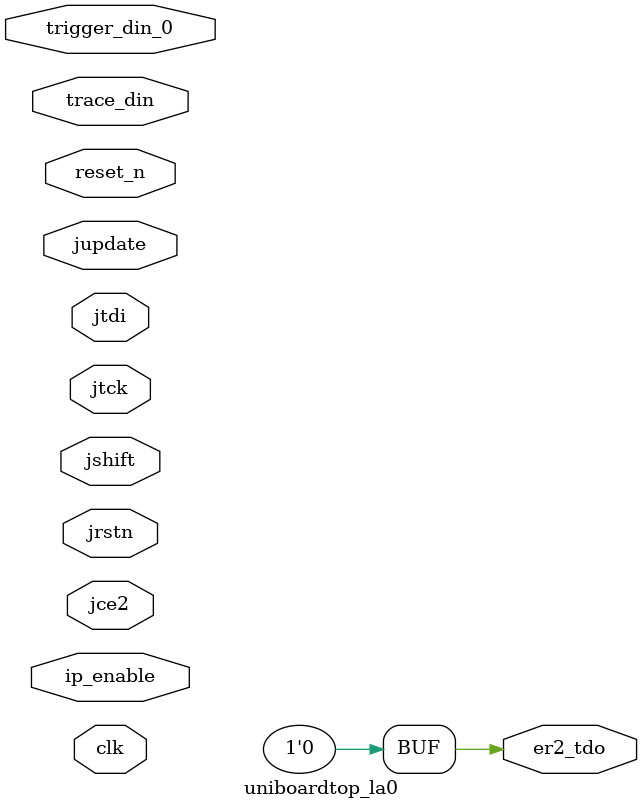
<source format=v>

/* WARNING - Changes to this file should be performed by re-running IPexpress
or modifying the .LPC file and regenerating the core.  Other changes may lead
to inconsistent simulation and/or implemenation results */

module uniboardtop_la0 (
    clk,
    reset_n,
    jtck,
    jrstn,
    jce2,
    jtdi,
    er2_tdo,
    jshift,
    jupdate,
    trigger_din_0,
    trace_din,
    ip_enable
);

// PARAMETERS DEFINED BY USER
localparam NUM_TRACE_SIGNALS   = 17;
localparam NUM_TRIGGER_SIGNALS = 1;
localparam INCLUDE_TRIG_DATA   = 0;
localparam NUM_TU_BITS_0       = 1;

input  clk;
input  reset_n;
input  jtck;
input  jrstn;
input  jce2;
input  jtdi;
output er2_tdo;
input  jshift;
input  jupdate;
input  [NUM_TU_BITS_0 -1:0] trigger_din_0;
input  [NUM_TRACE_SIGNALS + (NUM_TRIGGER_SIGNALS * INCLUDE_TRIG_DATA) -1:0] trace_din;
input  ip_enable;

assign er2_tdo = 1'b0;

endmodule

</source>
